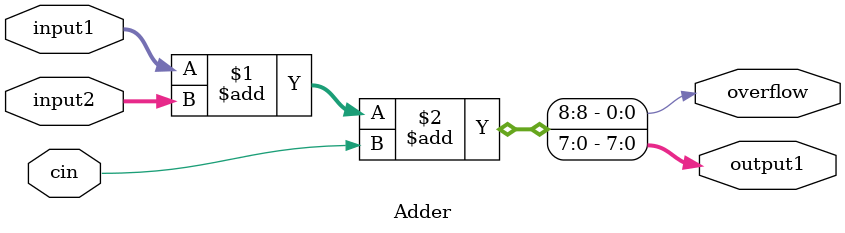
<source format=v>
module Adder #(parameter bus_width=8)(
    cin,input1,input2,output1,overflow
);

input [bus_width-1:0]input1,input2;
input cin;
output [bus_width-1:0]output1;
output overflow;

assign {overflow,output1} = input1 + input2 + cin;

endmodule //Adder
</source>
